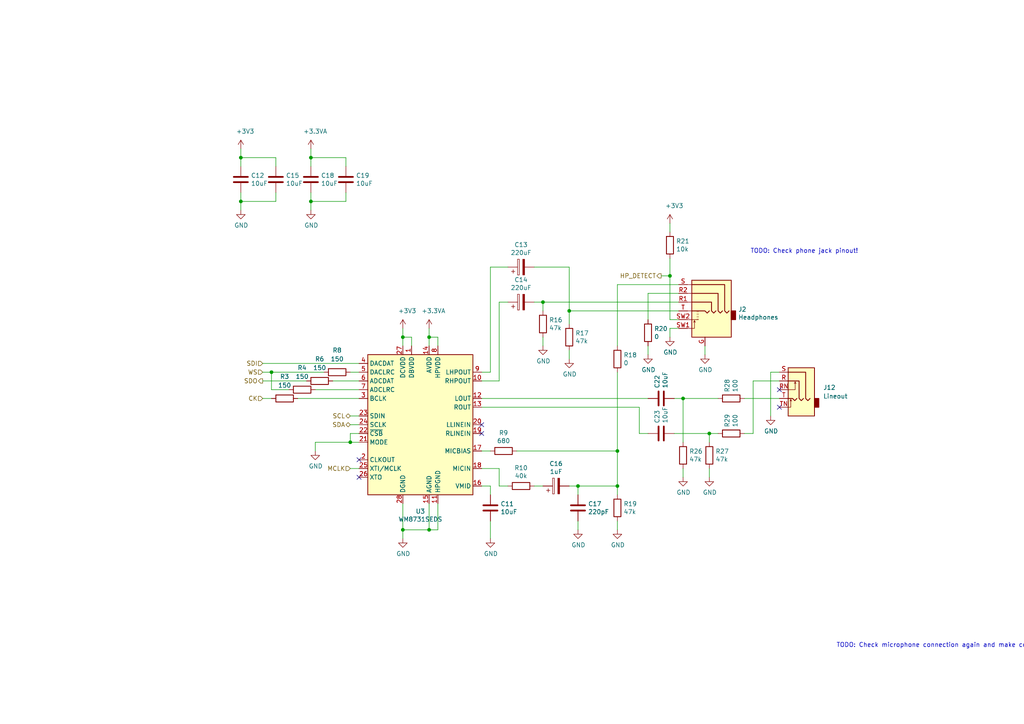
<source format=kicad_sch>
(kicad_sch (version 20210621) (generator eeschema)
  (paper "A4")
  (lib_symbols
    (symbol "Audio:WM8731SEDS"
      (property "Reference" "U" (at -13.97 21.59 0))
      (property "Value" "WM8731SEDS" (at 0 5.08 0))
      (symbol "WM8731SEDS_0_1"
        (rectangle (start -15.24 20.32) (end 15.24 -20.32) (stroke (width 0.254)) (fill (type background)))
      )
      (symbol "WM8731SEDS_1_1"
        (pin power_in line (at -2.54 22.86 270) (length 2.54) (name "DBVDD") (number "1"))
        (pin output line (at 17.78 12.7 180) (length 2.54) (name "RHPOUT") (number "10"))
        (pin power_in line (at 5.08 -22.86 90) (length 2.54) (name "HPGND") (number "11"))
        (pin output line (at 17.78 7.62 180) (length 2.54) (name "LOUT") (number "12"))
        (pin output line (at 17.78 5.08 180) (length 2.54) (name "ROUT") (number "13"))
        (pin power_in line (at 2.54 22.86 270) (length 2.54) (name "AVDD") (number "14"))
        (pin power_in line (at 2.54 -22.86 90) (length 2.54) (name "AGND") (number "15"))
        (pin passive line (at 17.78 -17.78 180) (length 2.54) (name "VMID") (number "16"))
        (pin output line (at 17.78 -7.62 180) (length 2.54) (name "MICBIAS") (number "17"))
        (pin input line (at 17.78 -12.7 180) (length 2.54) (name "MICIN") (number "18"))
        (pin input line (at 17.78 -2.54 180) (length 2.54) (name "RLINEIN") (number "19"))
        (pin output line (at -17.78 -10.16 0) (length 2.54) (name "CLKOUT") (number "2"))
        (pin input line (at 17.78 0 180) (length 2.54) (name "LLINEIN") (number "20"))
        (pin input line (at -17.78 -5.08 0) (length 2.54) (name "MODE") (number "21"))
        (pin input line (at -17.78 -2.54 0) (length 2.54) (name "~{CSB}") (number "22"))
        (pin bidirectional line (at -17.78 2.54 0) (length 2.54) (name "SDIN") (number "23"))
        (pin input line (at -17.78 0 0) (length 2.54) (name "SCLK") (number "24"))
        (pin input line (at -17.78 -12.7 0) (length 2.54) (name "XTI/MCLK") (number "25"))
        (pin output line (at -17.78 -15.24 0) (length 2.54) (name "XTO") (number "26"))
        (pin power_in line (at -5.08 22.86 270) (length 2.54) (name "DCVDD") (number "27"))
        (pin power_in line (at -5.08 -22.86 90) (length 2.54) (name "DGND") (number "28"))
        (pin bidirectional line (at -17.78 7.62 0) (length 2.54) (name "BCLK") (number "3"))
        (pin input line (at -17.78 17.78 0) (length 2.54) (name "DACDAT") (number "4"))
        (pin bidirectional line (at -17.78 15.24 0) (length 2.54) (name "DACLRC") (number "5"))
        (pin output line (at -17.78 12.7 0) (length 2.54) (name "ADCDAT") (number "6"))
        (pin bidirectional line (at -17.78 10.16 0) (length 2.54) (name "ADCLRC") (number "7"))
        (pin power_in line (at 5.08 22.86 270) (length 2.54) (name "HPVDD") (number "8"))
        (pin output line (at 17.78 15.24 180) (length 2.54) (name "LHPOUT") (number "9"))
      )
    )
    (symbol "Connector:AudioJack3_SwitchTR"
      (property "Reference" "J" (at 0 8.89 0))
      (property "Value" "AudioJack3_SwitchTR" (at 0 6.35 0))
      (symbol "AudioJack3_SwitchTR_0_1"
        (rectangle (start -5.08 -5.08) (end -6.35 -7.62) (stroke (width 0.254)) (fill (type outline)))
        (polyline (pts (xy 0.508 -0.254) (xy 0.762 -0.762)))
        (polyline (pts (xy 1.778 -5.334) (xy 2.032 -5.842)))
        (polyline (pts (xy 0 -5.08) (xy 0.635 -5.715) (xy 1.27 -5.08) (xy 2.54 -5.08)) (stroke (width 0.254)))
        (polyline (pts (xy 2.54 -7.62) (xy 1.778 -7.62) (xy 1.778 -5.334) (xy 1.524 -5.842)))
        (polyline (pts (xy 2.54 -2.54) (xy 0.508 -2.54) (xy 0.508 -0.254) (xy 0.254 -0.762)))
        (polyline (pts (xy -1.905 -5.08) (xy -1.27 -5.715) (xy -0.635 -5.08) (xy -0.635 0) (xy 2.54 0)) (stroke (width 0.254)))
        (polyline (pts (xy 2.54 2.54) (xy -2.54 2.54) (xy -2.54 -5.08) (xy -3.175 -5.715) (xy -3.81 -5.08)) (stroke (width 0.254)))
        (rectangle (start 2.54 3.81) (end -5.08 -10.16) (stroke (width 0.254)) (fill (type background)))
      )
      (symbol "AudioJack3_SwitchTR_1_1"
        (pin passive line (at 5.08 0 180) (length 2.54) (name "~") (number "R"))
        (pin passive line (at 5.08 -2.54 180) (length 2.54) (name "~") (number "RN"))
        (pin passive line (at 5.08 2.54 180) (length 2.54) (name "~") (number "S"))
        (pin passive line (at 5.08 -5.08 180) (length 2.54) (name "~") (number "T"))
        (pin passive line (at 5.08 -7.62 180) (length 2.54) (name "~") (number "TN"))
      )
    )
    (symbol "Device:C" (pin_numbers hide) (pin_names (offset 0.254))
      (property "Reference" "C" (at 0.635 2.54 0))
      (property "Value" "C" (at 0.635 -2.54 0))
      (symbol "C_0_1"
        (polyline (pts (xy -2.032 -0.762) (xy 2.032 -0.762)) (stroke (width 0.508)))
        (polyline (pts (xy -2.032 0.762) (xy 2.032 0.762)) (stroke (width 0.508)))
      )
      (symbol "C_1_1"
        (pin passive line (at 0 3.81 270) (length 2.794) (name "~") (number "1"))
        (pin passive line (at 0 -3.81 90) (length 2.794) (name "~") (number "2"))
      )
    )
    (symbol "Device:C_Polarized" (pin_numbers hide) (pin_names (offset 0.254))
      (property "Reference" "C" (at 0.635 2.54 0))
      (property "Value" "C_Polarized" (at 0.635 -2.54 0))
      (symbol "C_Polarized_0_1"
        (rectangle (start -2.286 0.508) (end 2.286 1.016))
        (polyline (pts (xy -1.778 2.286) (xy -0.762 2.286)))
        (polyline (pts (xy -1.27 2.794) (xy -1.27 1.778)))
        (rectangle (start 2.286 -0.508) (end -2.286 -1.016) (fill (type outline)))
      )
      (symbol "C_Polarized_1_1"
        (pin passive line (at 0 3.81 270) (length 2.794) (name "~") (number "1"))
        (pin passive line (at 0 -3.81 90) (length 2.794) (name "~") (number "2"))
      )
    )
    (symbol "Device:R" (pin_numbers hide) (pin_names (offset 0))
      (property "Reference" "R" (at 2.032 0 90))
      (property "Value" "R" (at 0 0 90))
      (symbol "R_0_1"
        (rectangle (start -1.016 -2.54) (end 1.016 2.54) (stroke (width 0.254)))
      )
      (symbol "R_1_1"
        (pin passive line (at 0 3.81 270) (length 1.27) (name "~") (number "1"))
        (pin passive line (at 0 -3.81 90) (length 1.27) (name "~") (number "2"))
      )
    )
    (symbol "HackAmp-Symbols:AudioJack4_Ground_IsolatedSwitch"
      (property "Reference" "J" (at 0 11.43 0))
      (property "Value" "AudioJack4_Ground_IsolatedSwitch" (at 0 8.89 0))
      (symbol "AudioJack4_Ground_IsolatedSwitch_0_1"
        (rectangle (start -7.62 -2.54) (end -8.89 -5.08) (stroke (width 0.254)) (fill (type outline)))
        (rectangle (start -7.62 6.35) (end 3.81 -10.16) (stroke (width 0.254)) (fill (type background)))
        (polyline (pts (xy 1.905 -5.08) (xy 1.905 -4.826)) (stroke (width 0.001)))
        (polyline (pts (xy 1.905 -4.445) (xy 1.905 -4.064)) (stroke (width 0.001)))
        (polyline (pts (xy 1.905 -3.683) (xy 1.905 -3.302)) (stroke (width 0.001)))
        (polyline (pts (xy 1.905 -2.921) (xy 1.905 -2.54)) (stroke (width 0.001)))
        (polyline (pts (xy 2.286 -5.08) (xy 2.286 -4.826)) (stroke (width 0.001)))
        (polyline (pts (xy 2.286 -4.445) (xy 2.286 -4.064)) (stroke (width 0.001)))
        (polyline (pts (xy 2.286 -3.683) (xy 2.286 -3.302)) (stroke (width 0.001)))
        (polyline (pts (xy 2.286 -2.921) (xy 2.286 -2.54)) (stroke (width 0.001)))
        (polyline (pts (xy 3.81 2.54) (xy 5.08 2.54)))
        (polyline (pts (xy 5.08 -5.08) (xy 1.905 -5.08)))
        (polyline (pts (xy 5.08 -2.54) (xy 3.81 -2.54)))
        (polyline (pts (xy 5.08 0) (xy 3.81 0)))
        (polyline (pts (xy 5.08 5.08) (xy 3.81 5.08)))
      )
      (symbol "AudioJack4_Ground_IsolatedSwitch_1_1"
        (polyline (pts (xy 3.048 -5.334) (xy 3.302 -5.842)))
        (polyline (pts (xy -1.27 -2.54) (xy -0.635 -3.175) (xy 0 -2.54) (xy 3.81 -2.54)) (stroke (width 0.254)))
        (polyline (pts (xy 5.08 -7.62) (xy 3.048 -7.62) (xy 3.048 -5.334) (xy 2.794 -5.842)))
        (polyline (pts (xy -3.175 -2.54) (xy -2.54 -3.175) (xy -1.905 -2.54) (xy -1.905 0) (xy 3.81 0)) (stroke (width 0.254)))
        (polyline (pts (xy 3.81 2.54) (xy -3.81 2.54) (xy -3.81 -2.54) (xy -4.445 -3.175) (xy -5.08 -2.54)) (stroke (width 0.254)))
        (polyline (pts (xy 3.81 5.08) (xy -5.715 5.08) (xy -5.715 -2.54) (xy -6.35 -3.175) (xy -6.985 -2.54)) (stroke (width 0.254)))
        (pin passive line (at 0 -12.7 90) (length 2.54) (name "~") (number "G"))
        (pin passive line (at 7.62 0 180) (length 2.54) (name "~") (number "R1"))
        (pin passive line (at 7.62 2.54 180) (length 2.54) (name "~") (number "R2"))
        (pin passive line (at 7.62 5.08 180) (length 2.54) (name "~") (number "S"))
        (pin passive line (at 7.62 -7.62 180) (length 2.54) (name "~") (number "SW1"))
        (pin passive line (at 7.62 -5.08 180) (length 2.54) (name "~") (number "SW2"))
        (pin passive line (at 7.62 -2.54 180) (length 2.54) (name "~") (number "T"))
      )
    )
    (symbol "power:+3.3VA" (power) (pin_names (offset 0))
      (property "Value" "+3.3VA" (at 0 3.556 0))
      (symbol "+3.3VA_0_1"
        (polyline (pts (xy -0.762 1.27) (xy 0 2.54)))
        (polyline (pts (xy 0 0) (xy 0 2.54)))
        (polyline (pts (xy 0 2.54) (xy 0.762 1.27)))
      )
      (symbol "+3.3VA_1_1"
        (pin power_in line (at 0 0 90) (length 0) hide (name "+3.3VA") (number "1"))
      )
    )
    (symbol "power:+3V3" (power) (pin_names (offset 0))
      (property "Value" "+3V3" (at 0 3.556 0))
      (symbol "+3V3_0_1"
        (polyline (pts (xy -0.762 1.27) (xy 0 2.54)))
        (polyline (pts (xy 0 0) (xy 0 2.54)))
        (polyline (pts (xy 0 2.54) (xy 0.762 1.27)))
      )
      (symbol "+3V3_1_1"
        (pin power_in line (at 0 0 90) (length 0) hide (name "+3V3") (number "1"))
      )
    )
    (symbol "power:GND" (power) (pin_names (offset 0))
      (property "Value" "GND" (at 0 -3.81 0))
      (symbol "GND_0_1"
        (polyline (pts (xy 0 0) (xy 0 -1.27) (xy 1.27 -1.27) (xy 0 -2.54) (xy -1.27 -1.27) (xy 0 -1.27)))
      )
      (symbol "GND_1_1"
        (pin power_in line (at 0 0 270) (length 0) hide (name "GND") (number "1"))
      )
    )
  )
  (junction (at 124.46 97.79) (diameter 0.9144))
  (junction (at 165.1 90.17) (diameter 0.9144))
  (junction (at 205.74 125.73))
  (junction (at 116.84 97.79) (diameter 0.9144))
  (junction (at 167.64 140.97) (diameter 0.9144))
  (junction (at 124.46 153.67) (diameter 0.9144))
  (junction (at 198.12 115.57))
  (junction (at 194.31 80.01) (diameter 0.9144))
  (junction (at 90.17 45.72) (diameter 0.9144))
  (junction (at 78.74 107.95) (diameter 0.9144))
  (junction (at 179.07 140.97) (diameter 0.9144))
  (junction (at 179.07 130.81) (diameter 0.9144))
  (junction (at 69.85 45.72) (diameter 0.9144))
  (junction (at 90.17 58.42) (diameter 0.9144))
  (junction (at 157.48 87.63) (diameter 0.9144))
  (junction (at 116.84 153.67) (diameter 0.9144))
  (junction (at 69.85 58.42) (diameter 0.9144))
  (junction (at 101.6 128.27) (diameter 0.9144))
  (no_connect (at 226.06 113.03))
  (no_connect (at 226.06 118.11))
  (no_connect (at 139.7 125.73))
  (no_connect (at 104.14 138.43))
  (no_connect (at 139.7 123.19))
  (no_connect (at 104.14 133.35))
  (wire (pts (xy 205.74 135.89) (xy 205.74 138.43)))
  (wire (pts (xy 78.74 113.03) (xy 83.82 113.03)))
  (wire (pts (xy 90.17 58.42) (xy 90.17 60.96)))
  (wire (pts (xy 76.2 107.95) (xy 78.74 107.95)))
  (wire (pts (xy 215.9 115.57) (xy 226.06 115.57)))
  (wire (pts (xy 90.17 48.26) (xy 90.17 45.72)))
  (wire (pts (xy 116.84 97.79) (xy 119.38 97.79)))
  (wire (pts (xy 100.33 58.42) (xy 100.33 55.88)))
  (wire (pts (xy 144.78 135.89) (xy 144.78 140.97)))
  (wire (pts (xy 165.1 104.14) (xy 165.1 101.6)))
  (wire (pts (xy 101.6 107.95) (xy 104.14 107.95)))
  (wire (pts (xy 218.44 110.49) (xy 226.06 110.49)))
  (wire (pts (xy 218.44 125.73) (xy 218.44 110.49)))
  (wire (pts (xy 215.9 125.73) (xy 218.44 125.73)))
  (wire (pts (xy 80.01 55.88) (xy 80.01 58.42)))
  (wire (pts (xy 90.17 43.18) (xy 90.17 45.72)))
  (wire (pts (xy 196.85 95.25) (xy 194.31 95.25)))
  (wire (pts (xy 91.44 128.27) (xy 101.6 128.27)))
  (wire (pts (xy 142.24 151.13) (xy 142.24 156.21)))
  (wire (pts (xy 179.07 140.97) (xy 179.07 130.81)))
  (wire (pts (xy 104.14 125.73) (xy 101.6 125.73)))
  (wire (pts (xy 90.17 58.42) (xy 90.17 55.88)))
  (wire (pts (xy 124.46 95.25) (xy 124.46 97.79)))
  (wire (pts (xy 124.46 100.33) (xy 124.46 97.79)))
  (wire (pts (xy 69.85 55.88) (xy 69.85 58.42)))
  (wire (pts (xy 196.85 85.09) (xy 187.96 85.09)))
  (wire (pts (xy 91.44 113.03) (xy 104.14 113.03)))
  (wire (pts (xy 179.07 140.97) (xy 167.64 140.97)))
  (wire (pts (xy 119.38 100.33) (xy 119.38 97.79)))
  (wire (pts (xy 157.48 87.63) (xy 157.48 90.17)))
  (wire (pts (xy 139.7 135.89) (xy 144.78 135.89)))
  (wire (pts (xy 116.84 100.33) (xy 116.84 97.79)))
  (wire (pts (xy 86.36 115.57) (xy 104.14 115.57)))
  (wire (pts (xy 116.84 153.67) (xy 116.84 146.05)))
  (wire (pts (xy 198.12 135.89) (xy 198.12 138.43)))
  (wire (pts (xy 76.2 115.57) (xy 78.74 115.57)))
  (wire (pts (xy 127 146.05) (xy 127 153.67)))
  (wire (pts (xy 101.6 128.27) (xy 104.14 128.27)))
  (wire (pts (xy 69.85 43.18) (xy 69.85 45.72)))
  (wire (pts (xy 90.17 45.72) (xy 100.33 45.72)))
  (wire (pts (xy 101.6 135.89) (xy 104.14 135.89)))
  (wire (pts (xy 80.01 48.26) (xy 80.01 45.72)))
  (wire (pts (xy 139.7 115.57) (xy 187.96 115.57)))
  (wire (pts (xy 194.31 64.77) (xy 194.31 67.31)))
  (wire (pts (xy 116.84 153.67) (xy 116.84 156.21)))
  (wire (pts (xy 223.52 107.95) (xy 226.06 107.95)))
  (wire (pts (xy 223.52 120.65) (xy 223.52 107.95)))
  (wire (pts (xy 187.96 85.09) (xy 187.96 92.71)))
  (wire (pts (xy 154.94 140.97) (xy 157.48 140.97)))
  (wire (pts (xy 165.1 90.17) (xy 165.1 93.98)))
  (wire (pts (xy 124.46 97.79) (xy 127 97.79)))
  (wire (pts (xy 90.17 58.42) (xy 100.33 58.42)))
  (wire (pts (xy 76.2 105.41) (xy 104.14 105.41)))
  (wire (pts (xy 91.44 130.81) (xy 91.44 128.27)))
  (wire (pts (xy 165.1 140.97) (xy 167.64 140.97)))
  (wire (pts (xy 142.24 143.51) (xy 142.24 140.97)))
  (wire (pts (xy 194.31 74.93) (xy 194.31 80.01)))
  (wire (pts (xy 196.85 87.63) (xy 157.48 87.63)))
  (wire (pts (xy 154.94 77.47) (xy 165.1 77.47)))
  (wire (pts (xy 154.94 87.63) (xy 157.48 87.63)))
  (wire (pts (xy 165.1 77.47) (xy 165.1 90.17)))
  (wire (pts (xy 139.7 110.49) (xy 144.78 110.49)))
  (wire (pts (xy 179.07 82.55) (xy 196.85 82.55)))
  (wire (pts (xy 101.6 123.19) (xy 104.14 123.19)))
  (wire (pts (xy 139.7 140.97) (xy 142.24 140.97)))
  (wire (pts (xy 142.24 107.95) (xy 142.24 77.47)))
  (wire (pts (xy 142.24 77.47) (xy 147.32 77.47)))
  (wire (pts (xy 179.07 143.51) (xy 179.07 140.97)))
  (wire (pts (xy 179.07 153.67) (xy 179.07 151.13)))
  (wire (pts (xy 205.74 125.73) (xy 205.74 128.27)))
  (wire (pts (xy 101.6 125.73) (xy 101.6 128.27)))
  (wire (pts (xy 167.64 140.97) (xy 167.64 143.51)))
  (wire (pts (xy 101.6 120.65) (xy 104.14 120.65)))
  (wire (pts (xy 124.46 153.67) (xy 116.84 153.67)))
  (wire (pts (xy 191.77 80.01) (xy 194.31 80.01)))
  (wire (pts (xy 76.2 110.49) (xy 88.9 110.49)))
  (wire (pts (xy 144.78 110.49) (xy 144.78 87.63)))
  (wire (pts (xy 187.96 100.33) (xy 187.96 102.87)))
  (wire (pts (xy 205.74 125.73) (xy 208.28 125.73)))
  (wire (pts (xy 195.58 125.73) (xy 205.74 125.73)))
  (wire (pts (xy 139.7 107.95) (xy 142.24 107.95)))
  (wire (pts (xy 198.12 115.57) (xy 208.28 115.57)))
  (wire (pts (xy 195.58 115.57) (xy 198.12 115.57)))
  (wire (pts (xy 78.74 107.95) (xy 78.74 113.03)))
  (wire (pts (xy 127 153.67) (xy 124.46 153.67)))
  (wire (pts (xy 179.07 130.81) (xy 149.86 130.81)))
  (wire (pts (xy 179.07 82.55) (xy 179.07 100.33)))
  (wire (pts (xy 157.48 97.79) (xy 157.48 100.33)))
  (wire (pts (xy 69.85 58.42) (xy 69.85 60.96)))
  (wire (pts (xy 204.47 100.33) (xy 204.47 102.87)))
  (wire (pts (xy 194.31 92.71) (xy 196.85 92.71)))
  (wire (pts (xy 69.85 58.42) (xy 80.01 58.42)))
  (wire (pts (xy 144.78 140.97) (xy 147.32 140.97)))
  (wire (pts (xy 139.7 130.81) (xy 142.24 130.81)))
  (wire (pts (xy 194.31 95.25) (xy 194.31 97.79)))
  (wire (pts (xy 127 97.79) (xy 127 100.33)))
  (wire (pts (xy 124.46 146.05) (xy 124.46 153.67)))
  (wire (pts (xy 116.84 95.25) (xy 116.84 97.79)))
  (wire (pts (xy 69.85 45.72) (xy 80.01 45.72)))
  (wire (pts (xy 78.74 107.95) (xy 93.98 107.95)))
  (wire (pts (xy 179.07 107.95) (xy 179.07 130.81)))
  (wire (pts (xy 144.78 87.63) (xy 147.32 87.63)))
  (wire (pts (xy 167.64 151.13) (xy 167.64 153.67)))
  (wire (pts (xy 96.52 110.49) (xy 104.14 110.49)))
  (wire (pts (xy 194.31 80.01) (xy 194.31 92.71)))
  (wire (pts (xy 198.12 115.57) (xy 198.12 128.27)))
  (wire (pts (xy 100.33 45.72) (xy 100.33 48.26)))
  (wire (pts (xy 69.85 48.26) (xy 69.85 45.72)))
  (wire (pts (xy 185.42 118.11) (xy 139.7 118.11)))
  (wire (pts (xy 185.42 125.73) (xy 185.42 118.11)))
  (wire (pts (xy 187.96 125.73) (xy 185.42 125.73)))
  (wire (pts (xy 165.1 90.17) (xy 196.85 90.17)))
  (text "TODO: Check microphone connection again and make configurable - other schematics connect only the ring!" (at 242.57 187.96 0) (effects (font (size 1.27 1.27)) (justify left bottom)))
  (text "TODO: Check phone jack pinout!" (at 248.92 73.66 180) (effects (font (size 1.27 1.27)) (justify right bottom)))
  (hierarchical_label "SDI" (shape input) (at 76.2 105.41 180))
  (hierarchical_label "SDA" (shape bidirectional) (at 101.6 123.19 180))
  (hierarchical_label "HP_DETECT" (shape output) (at 191.77 80.01 180))
  (hierarchical_label "SCL" (shape bidirectional) (at 101.6 120.65 180))
  (hierarchical_label "WS" (shape input) (at 76.2 107.95 180))
  (hierarchical_label "MCLK" (shape input) (at 101.6 135.89 180))
  (hierarchical_label "SDO" (shape output) (at 76.2 110.49 180))
  (hierarchical_label "CK" (shape input) (at 76.2 115.57 180))
  (symbol (lib_id "Device:C") (at 100.33 52.07 0) (unit 1)
    (property "Reference" "C19" (at 103.251 50.9016 0) (effects (justify left)))
    (property "Value" "10uF" (at 103.251 53.213 0) (effects (justify left)))
    (property "Footprint" "Capacitor_SMD:C_0805_2012Metric" (effects hide))
    (property "Part Name" "Taiyo Yuden LMK212F106ZG-T" (effects hide))
    (property "Mouser" "963-LMK212F106ZG-T" (effects hide))
  )
  (symbol (lib_id "Device:C_Polarized") (at 161.29 140.97 90) (unit 1)
    (property "Reference" "C16" (at 161.29 134.493 90))
    (property "Value" "1uF" (at 161.29 136.8044 90))
    (property "Footprint" "Capacitor_SMD:CP_Elec_4x5.4" (effects hide))
    (property "Mouser" "710-865060640001" (effects hide))
    (property "Part Name" "Wurth 865060640001" (effects hide))
  )
  (symbol (lib_id "Connector:AudioJack3_SwitchTR") (at 231.14 110.49 0) (mirror y) (unit 1)
    (property "Reference" "J12" (at 238.76 112.3949 0) (effects (justify right)))
    (property "Value" "Lineout" (at 238.76 114.9349 0) (effects (justify right)))
    (property "Footprint" "HackAmp-Footprints:Jack_3.5mm_Switchcraft_35RASMT4BHNTRX_Horizontal" (effects hide))
  )
  (symbol (lib_id "Device:C") (at 90.17 52.07 0) (unit 1)
    (property "Reference" "C18" (at 93.091 50.9016 0) (effects (justify left)))
    (property "Value" "10uF" (at 93.091 53.213 0) (effects (justify left)))
    (property "Footprint" "Capacitor_SMD:C_0805_2012Metric" (effects hide))
    (property "Part Name" "Taiyo Yuden LMK212F106ZG-T" (effects hide))
    (property "Mouser" "963-LMK212F106ZG-T" (effects hide))
  )
  (symbol (lib_id "power:GND") (at 165.1 104.14 0) (unit 1)
    (property "Reference" "#PWR0127" (effects hide))
    (property "Value" "GND" (at 165.227 108.5342 0))
  )
  (symbol (lib_id "Audio:WM8731SEDS") (at 121.92 123.19 0) (unit 1)
    (property "Reference" "U3" (at 121.92 148.3106 0))
    (property "Value" "WM8731SEDS" (at 121.92 150.622 0))
    (property "Footprint" "Package_SO:SSOP-28_5.3x10.2mm_P0.65mm" (effects hide))
    (property "Datasheet" "https://statics.cirrus.com/pubs/proDatasheet/WM8731_v4.9.pdf" (effects hide))
    (property "Part Name" "Cirrus Logic WM8731SEDS/V\n" (effects hide))
    (property "Mouser" "238-WM8731SEDS/V\n" (effects hide))
  )
  (symbol (lib_id "Device:R") (at 187.96 96.52 0) (unit 1)
    (property "Reference" "R20" (at 189.738 95.3516 0) (effects (justify left)))
    (property "Value" "0" (at 189.738 97.663 0) (effects (justify left)))
    (property "Footprint" "Resistor_SMD:R_0603_1608Metric" (effects hide))
  )
  (symbol (lib_id "Device:C") (at 191.77 125.73 90) (unit 1)
    (property "Reference" "C23" (at 190.6016 122.809 0) (effects (justify left)))
    (property "Value" "10uF" (at 192.913 122.809 0) (effects (justify left)))
    (property "Footprint" "Capacitor_SMD:C_0805_2012Metric" (effects hide))
    (property "Part Name" "Taiyo Yuden LMK212F106ZG-T" (effects hide))
    (property "Mouser" "963-LMK212F106ZG-T" (effects hide))
  )
  (symbol (lib_id "Device:R") (at 157.48 93.98 0) (unit 1)
    (property "Reference" "R16" (at 159.258 92.8116 0) (effects (justify left)))
    (property "Value" "47k" (at 159.258 95.123 0) (effects (justify left)))
    (property "Footprint" "Resistor_SMD:R_0603_1608Metric" (effects hide))
  )
  (symbol (lib_id "Device:R") (at 179.07 147.32 0) (unit 1)
    (property "Reference" "R19" (at 180.848 146.1516 0) (effects (justify left)))
    (property "Value" "47k" (at 180.848 148.463 0) (effects (justify left)))
    (property "Footprint" "Resistor_SMD:R_0603_1608Metric" (effects hide))
  )
  (symbol (lib_id "power:+3.3VA") (at 124.46 95.25 0) (unit 1)
    (property "Reference" "#PWR0131" (effects hide))
    (property "Value" "+3.3VA" (at 125.73 90.17 0))
  )
  (symbol (lib_id "Device:R") (at 92.71 110.49 90) (unit 1)
    (property "Reference" "R6" (at 92.71 104.14 90))
    (property "Value" "150" (at 92.71 106.68 90))
    (property "Footprint" "Resistor_SMD:R_0603_1608Metric" (effects hide))
  )
  (symbol (lib_id "power:GND") (at 187.96 102.87 0) (unit 1)
    (property "Reference" "#PWR0121" (effects hide))
    (property "Value" "GND" (at 188.087 107.2642 0))
  )
  (symbol (lib_id "Device:C") (at 69.85 52.07 0) (unit 1)
    (property "Reference" "C12" (at 72.771 50.9016 0) (effects (justify left)))
    (property "Value" "10uF" (at 72.771 53.213 0) (effects (justify left)))
    (property "Footprint" "Capacitor_SMD:C_0805_2012Metric" (effects hide))
    (property "Part Name" "Taiyo Yuden LMK212F106ZG-T" (effects hide))
    (property "Mouser" "963-LMK212F106ZG-T" (effects hide))
  )
  (symbol (lib_id "Device:R") (at 179.07 104.14 0) (unit 1)
    (property "Reference" "R18" (at 180.848 102.9716 0) (effects (justify left)))
    (property "Value" "0" (at 180.848 105.283 0) (effects (justify left)))
    (property "Footprint" "Resistor_SMD:R_0603_1608Metric" (effects hide))
  )
  (symbol (lib_id "power:+3V3") (at 69.85 43.18 0) (unit 1)
    (property "Reference" "#PWR0103" (effects hide))
    (property "Value" "+3V3" (at 71.12 38.1 0))
  )
  (symbol (lib_id "Device:C") (at 80.01 52.07 0) (unit 1)
    (property "Reference" "C15" (at 82.931 50.9016 0) (effects (justify left)))
    (property "Value" "10uF" (at 82.931 53.213 0) (effects (justify left)))
    (property "Footprint" "Capacitor_SMD:C_0805_2012Metric" (effects hide))
    (property "Part Name" "Taiyo Yuden LMK212F106ZG-T" (effects hide))
    (property "Mouser" "963-LMK212F106ZG-T" (effects hide))
  )
  (symbol (lib_id "Device:R") (at 151.13 140.97 270) (unit 1)
    (property "Reference" "R10" (at 151.13 135.7122 90))
    (property "Value" "40k" (at 151.13 138.0236 90))
    (property "Footprint" "Resistor_SMD:R_0603_1608Metric" (effects hide))
  )
  (symbol (lib_id "power:GND") (at 90.17 60.96 0) (unit 1)
    (property "Reference" "#PWR0106" (effects hide))
    (property "Value" "GND" (at 90.297 65.3542 0))
  )
  (symbol (lib_id "Device:R") (at 87.63 113.03 90) (unit 1)
    (property "Reference" "R4" (at 87.63 106.68 90))
    (property "Value" "150" (at 87.63 109.22 90))
    (property "Footprint" "Resistor_SMD:R_0603_1608Metric" (effects hide))
  )
  (symbol (lib_id "power:GND") (at 116.84 156.21 0) (unit 1)
    (property "Reference" "#PWR0119" (effects hide))
    (property "Value" "GND" (at 116.967 160.6042 0))
  )
  (symbol (lib_id "Device:R") (at 82.55 115.57 90) (unit 1)
    (property "Reference" "R3" (at 82.55 109.22 90))
    (property "Value" "150" (at 82.55 111.76 90))
    (property "Footprint" "Resistor_SMD:R_0603_1608Metric" (effects hide))
  )
  (symbol (lib_id "power:+3.3VA") (at 90.17 43.18 0) (unit 1)
    (property "Reference" "#PWR0105" (effects hide))
    (property "Value" "+3.3VA" (at 91.44 38.1 0))
  )
  (symbol (lib_id "Device:R") (at 212.09 115.57 90) (unit 1)
    (property "Reference" "R28" (at 210.9216 113.792 0) (effects (justify left)))
    (property "Value" "100" (at 213.233 113.792 0) (effects (justify left)))
    (property "Footprint" "Resistor_SMD:R_0603_1608Metric" (effects hide))
  )
  (symbol (lib_id "power:GND") (at 157.48 100.33 0) (unit 1)
    (property "Reference" "#PWR0128" (effects hide))
    (property "Value" "GND" (at 157.607 104.7242 0))
  )
  (symbol (lib_id "power:GND") (at 142.24 156.21 0) (unit 1)
    (property "Reference" "#PWR0120" (effects hide))
    (property "Value" "GND" (at 142.367 160.6042 0))
  )
  (symbol (lib_id "Device:C") (at 142.24 147.32 0) (unit 1)
    (property "Reference" "C11" (at 145.161 146.1516 0) (effects (justify left)))
    (property "Value" "10uF" (at 145.161 148.463 0) (effects (justify left)))
    (property "Footprint" "Capacitor_SMD:C_0805_2012Metric" (effects hide))
    (property "Part Name" "Taiyo Yuden LMK212F106ZG-T" (effects hide))
    (property "Mouser" "963-LMK212F106ZG-T" (effects hide))
  )
  (symbol (lib_id "power:GND") (at 179.07 153.67 0) (unit 1)
    (property "Reference" "#PWR0130" (effects hide))
    (property "Value" "GND" (at 179.197 158.0642 0))
  )
  (symbol (lib_id "Device:R") (at 212.09 125.73 90) (unit 1)
    (property "Reference" "R29" (at 210.9216 123.952 0) (effects (justify left)))
    (property "Value" "100" (at 213.233 123.952 0) (effects (justify left)))
    (property "Footprint" "Resistor_SMD:R_0603_1608Metric" (effects hide))
  )
  (symbol (lib_id "Device:R") (at 165.1 97.79 0) (unit 1)
    (property "Reference" "R17" (at 166.878 96.6216 0) (effects (justify left)))
    (property "Value" "47k" (at 166.878 98.933 0) (effects (justify left)))
    (property "Footprint" "Resistor_SMD:R_0603_1608Metric" (effects hide))
  )
  (symbol (lib_id "Device:C") (at 167.64 147.32 0) (unit 1)
    (property "Reference" "C17" (at 170.561 146.1516 0) (effects (justify left)))
    (property "Value" "220pF" (at 170.561 148.463 0) (effects (justify left)))
    (property "Footprint" "Capacitor_SMD:C_0603_1608Metric" (effects hide))
    (property "Part Name" "Vishay VJ0603A221JNAAO" (effects hide))
    (property "Mouser" "77-VJ0603A221JNAAO" (effects hide))
  )
  (symbol (lib_id "Device:R") (at 97.79 107.95 90) (unit 1)
    (property "Reference" "R8" (at 97.79 101.6 90))
    (property "Value" "150" (at 97.79 104.14 90))
    (property "Footprint" "Resistor_SMD:R_0603_1608Metric" (effects hide))
  )
  (symbol (lib_id "Device:R") (at 194.31 71.12 0) (unit 1)
    (property "Reference" "R21" (at 196.088 69.9516 0) (effects (justify left)))
    (property "Value" "10k" (at 196.088 72.263 0) (effects (justify left)))
    (property "Footprint" "Resistor_SMD:R_0603_1608Metric" (effects hide))
    (property "Mouser" "652-CR0603FX-1002ELF" (effects hide))
    (property "Part Name" "Bourns CR0603-FX-1002ELF" (effects hide))
  )
  (symbol (lib_id "HackAmp-Symbols:AudioJack4_Ground_IsolatedSwitch") (at 204.47 87.63 0) (mirror y) (unit 1)
    (property "Reference" "J2" (at 214.1221 89.7318 0) (effects (justify right)))
    (property "Value" "Headphones" (at 214.1221 92.0305 0) (effects (justify right)))
    (property "Footprint" "HackAmp-Footprints:Jack_3.5mm_CUI_SJ-435107RS_Horizontal" (effects hide))
    (property "Mouser" "490-SJ-435107RS" (effects hide))
    (property "Part Name" "CUI SJ-435107RS" (effects hide))
  )
  (symbol (lib_id "power:+3V3") (at 116.84 95.25 0) (unit 1)
    (property "Reference" "#PWR0132" (effects hide))
    (property "Value" "+3V3" (at 118.11 90.17 0))
  )
  (symbol (lib_id "power:GND") (at 205.74 138.43 0) (unit 1)
    (property "Reference" "#PWR0153" (effects hide))
    (property "Value" "GND" (at 205.867 142.8242 0))
  )
  (symbol (lib_id "Device:C_Polarized") (at 151.13 87.63 90) (unit 1)
    (property "Reference" "C14" (at 151.13 81.153 90))
    (property "Value" "220uF" (at 151.13 83.4644 90))
    (property "Footprint" "Capacitor_SMD:CP_Elec_6.3x7.7" (effects hide))
    (property "Mouser" "140-VZL221M1CTR-0607" (effects hide))
    (property "Part Name" "Lelon VZL221M1CTR-0607" (effects hide))
  )
  (symbol (lib_id "power:GND") (at 69.85 60.96 0) (unit 1)
    (property "Reference" "#PWR0102" (effects hide))
    (property "Value" "GND" (at 69.977 65.3542 0))
  )
  (symbol (lib_id "power:+3V3") (at 194.31 64.77 0) (unit 1)
    (property "Reference" "#PWR0124" (effects hide))
    (property "Value" "+3V3" (at 195.58 59.69 0))
  )
  (symbol (lib_id "Device:C_Polarized") (at 151.13 77.47 90) (unit 1)
    (property "Reference" "C13" (at 151.13 70.993 90))
    (property "Value" "220uF" (at 151.13 73.3044 90))
    (property "Footprint" "Capacitor_SMD:CP_Elec_6.3x7.7" (effects hide))
    (property "Mouser" "140-VZL221M1CTR-0607" (effects hide))
    (property "Part Name" "Lelon VZL221M1CTR-0607" (effects hide))
  )
  (symbol (lib_id "power:GND") (at 223.52 120.65 0) (unit 1)
    (property "Reference" "#PWR0154" (effects hide))
    (property "Value" "GND" (at 223.647 125.0442 0))
  )
  (symbol (lib_id "Device:C") (at 191.77 115.57 90) (unit 1)
    (property "Reference" "C22" (at 190.6016 112.649 0) (effects (justify left)))
    (property "Value" "10uF" (at 192.913 112.649 0) (effects (justify left)))
    (property "Footprint" "Capacitor_SMD:C_0805_2012Metric" (effects hide))
    (property "Part Name" "Taiyo Yuden LMK212F106ZG-T" (effects hide))
    (property "Mouser" "963-LMK212F106ZG-T" (effects hide))
  )
  (symbol (lib_id "power:GND") (at 194.31 97.79 0) (unit 1)
    (property "Reference" "#PWR0126" (effects hide))
    (property "Value" "GND" (at 194.437 102.1842 0))
  )
  (symbol (lib_id "power:GND") (at 198.12 138.43 0) (unit 1)
    (property "Reference" "#PWR0152" (effects hide))
    (property "Value" "GND" (at 198.247 142.8242 0))
  )
  (symbol (lib_id "power:GND") (at 167.64 153.67 0) (unit 1)
    (property "Reference" "#PWR0129" (effects hide))
    (property "Value" "GND" (at 167.767 158.0642 0))
  )
  (symbol (lib_id "power:GND") (at 204.47 102.87 0) (unit 1)
    (property "Reference" "#PWR0125" (effects hide))
    (property "Value" "GND" (at 204.597 107.2642 0))
  )
  (symbol (lib_id "Device:R") (at 205.74 132.08 0) (unit 1)
    (property "Reference" "R27" (at 207.518 130.9116 0) (effects (justify left)))
    (property "Value" "47k" (at 207.518 133.223 0) (effects (justify left)))
    (property "Footprint" "Resistor_SMD:R_0603_1608Metric" (effects hide))
  )
  (symbol (lib_id "Device:R") (at 198.12 132.08 0) (unit 1)
    (property "Reference" "R26" (at 199.898 130.9116 0) (effects (justify left)))
    (property "Value" "47k" (at 199.898 133.223 0) (effects (justify left)))
    (property "Footprint" "Resistor_SMD:R_0603_1608Metric" (effects hide))
  )
  (symbol (lib_id "Device:R") (at 146.05 130.81 270) (unit 1)
    (property "Reference" "R9" (at 146.05 125.5522 90))
    (property "Value" "680" (at 146.05 127.8636 90))
    (property "Footprint" "Resistor_SMD:R_0603_1608Metric" (effects hide))
  )
  (symbol (lib_id "power:GND") (at 91.44 130.81 0) (unit 1)
    (property "Reference" "#PWR0107" (effects hide))
    (property "Value" "GND" (at 91.567 135.2042 0))
  )
)
</source>
